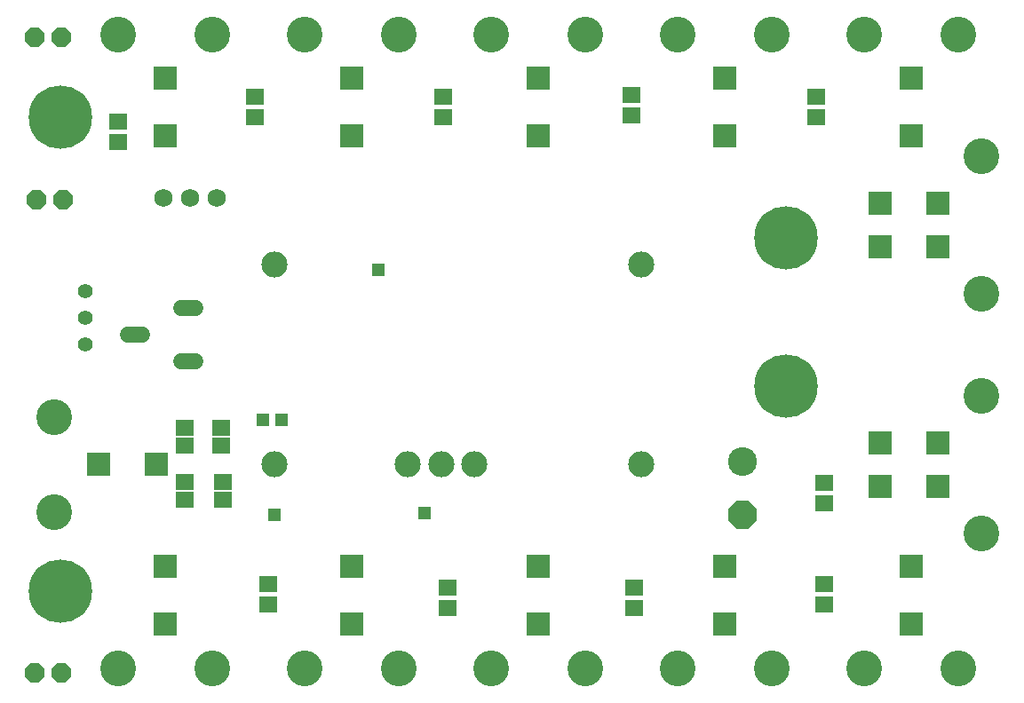
<source format=gts>
G75*
%MOIN*%
%OFA0B0*%
%FSLAX24Y24*%
%IPPOS*%
%LPD*%
%AMOC8*
5,1,8,0,0,1.08239X$1,22.5*
%
%ADD10C,0.1080*%
%ADD11OC8,0.1080*%
%ADD12R,0.0907X0.0907*%
%ADD13C,0.1340*%
%ADD14R,0.0710X0.0592*%
%ADD15C,0.0600*%
%ADD16C,0.0980*%
%ADD17C,0.0556*%
%ADD18OC8,0.0740*%
%ADD19C,0.0680*%
%ADD20R,0.0671X0.0592*%
%ADD21C,0.2380*%
%ADD22R,0.0476X0.0476*%
D10*
X029771Y011708D03*
D11*
X029771Y009708D03*
D12*
X029083Y007748D03*
X029083Y005583D03*
X036083Y005583D03*
X036083Y007748D03*
X037083Y010756D03*
X034918Y010756D03*
X034918Y012410D03*
X037083Y012410D03*
X037083Y019756D03*
X037083Y021410D03*
X034918Y021410D03*
X034918Y019756D03*
X036083Y023918D03*
X036083Y026083D03*
X029083Y026083D03*
X029083Y023918D03*
X022083Y023918D03*
X022083Y026083D03*
X015083Y026083D03*
X015083Y023918D03*
X008083Y023918D03*
X008083Y026083D03*
X007748Y011583D03*
X005583Y011583D03*
X008083Y007748D03*
X008083Y005583D03*
X015083Y005583D03*
X015083Y007748D03*
X022083Y007748D03*
X022083Y005583D03*
D13*
X020311Y003930D03*
X016855Y003930D03*
X013311Y003930D03*
X009855Y003930D03*
X006311Y003930D03*
X003930Y009811D03*
X003930Y013355D03*
X006311Y027737D03*
X009855Y027737D03*
X013311Y027737D03*
X016855Y027737D03*
X020311Y027737D03*
X023855Y027737D03*
X027311Y027737D03*
X030855Y027737D03*
X034311Y027737D03*
X037855Y027737D03*
X038737Y023181D03*
X038737Y017985D03*
X038737Y014181D03*
X038737Y008985D03*
X037855Y003930D03*
X034311Y003930D03*
X030855Y003930D03*
X027311Y003930D03*
X023855Y003930D03*
D14*
X032833Y010147D03*
X032833Y010895D03*
X006333Y023709D03*
X006333Y024457D03*
D15*
X008698Y017458D02*
X009218Y017458D01*
X007218Y016458D02*
X006698Y016458D01*
X008698Y015458D02*
X009218Y015458D01*
D16*
X012208Y019083D03*
X012208Y011583D03*
X017208Y011583D03*
X018458Y011583D03*
X019708Y011583D03*
X025958Y011583D03*
X025958Y019083D03*
D17*
X005083Y018083D03*
X005083Y017083D03*
X005083Y016083D03*
D18*
X003208Y003771D03*
X004208Y003771D03*
X004271Y021521D03*
X003271Y021521D03*
X003208Y027646D03*
X004208Y027646D03*
D19*
X008021Y021583D03*
X009021Y021583D03*
X010021Y021583D03*
D20*
X011458Y024647D03*
X011458Y025395D03*
X018521Y025395D03*
X018521Y024647D03*
X025583Y024709D03*
X025583Y025457D03*
X032521Y025395D03*
X032521Y024647D03*
X010271Y010918D03*
X010271Y010248D03*
X008833Y010248D03*
X008833Y010918D03*
X008833Y012311D03*
X008833Y012980D03*
X010208Y012980D03*
X010208Y012311D03*
X011958Y007082D03*
X011958Y006334D03*
X018708Y006209D03*
X018708Y006957D03*
X025708Y006957D03*
X025708Y006209D03*
X032833Y006334D03*
X032833Y007082D03*
D21*
X031396Y014521D03*
X031396Y020083D03*
X004146Y024646D03*
X004146Y006833D03*
D22*
X012208Y009708D03*
X012458Y013271D03*
X011771Y013271D03*
X017833Y009771D03*
X016083Y018896D03*
M02*

</source>
